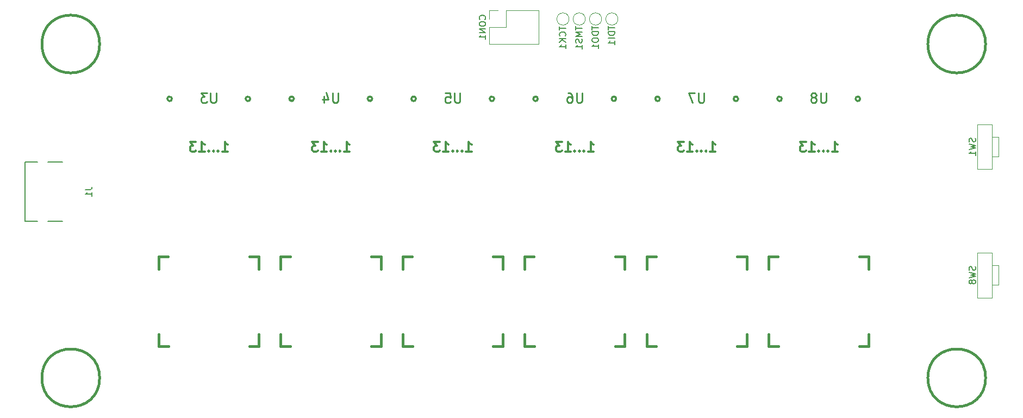
<source format=gbr>
G04 #@! TF.GenerationSoftware,KiCad,Pcbnew,5.1.7-a382d34a8~88~ubuntu20.04.1*
G04 #@! TF.CreationDate,2021-04-25T14:41:57-07:00*
G04 #@! TF.ProjectId,keypad-base,6b657970-6164-42d6-9261-73652e6b6963,Apr2021*
G04 #@! TF.SameCoordinates,Original*
G04 #@! TF.FileFunction,Legend,Bot*
G04 #@! TF.FilePolarity,Positive*
%FSLAX46Y46*%
G04 Gerber Fmt 4.6, Leading zero omitted, Abs format (unit mm)*
G04 Created by KiCad (PCBNEW 5.1.7-a382d34a8~88~ubuntu20.04.1) date 2021-04-25 14:41:57*
%MOMM*%
%LPD*%
G01*
G04 APERTURE LIST*
%ADD10C,0.400000*%
%ADD11C,0.120000*%
%ADD12C,0.150000*%
%ADD13C,0.300000*%
%ADD14C,0.381000*%
%ADD15C,0.250000*%
G04 APERTURE END LIST*
D10*
X102000000Y-111900000D02*
G75*
G03*
X102000000Y-111900000I-4500000J0D01*
G01*
X102000000Y-59900000D02*
G75*
G03*
X102000000Y-59900000I-4500000J0D01*
G01*
X240000000Y-59900000D02*
G75*
G03*
X240000000Y-59900000I-4500000J0D01*
G01*
X240000000Y-111900000D02*
G75*
G03*
X240000000Y-111900000I-4500000J0D01*
G01*
D11*
G04 #@! TO.C,SW8*
X241000000Y-95900000D02*
X241000000Y-99400000D01*
X241000000Y-95900000D02*
X241000000Y-92400000D01*
X238750000Y-99400000D02*
X241000000Y-99400000D01*
X241000000Y-99400000D02*
X238750000Y-99400000D01*
X238750000Y-99400000D02*
X238750000Y-92400000D01*
X238750000Y-92400000D02*
X241000000Y-92400000D01*
X241000000Y-97400000D02*
X242000000Y-97400000D01*
X242000000Y-97400000D02*
X242000000Y-94400000D01*
X242000000Y-94400000D02*
X241000000Y-94400000D01*
G04 #@! TO.C,SW1*
X241000000Y-75900000D02*
X241000000Y-79400000D01*
X241000000Y-75900000D02*
X241000000Y-72400000D01*
X238750000Y-79400000D02*
X241000000Y-79400000D01*
X241000000Y-79400000D02*
X238750000Y-79400000D01*
X238750000Y-79400000D02*
X238750000Y-72400000D01*
X238750000Y-72400000D02*
X241000000Y-72400000D01*
X241000000Y-77400000D02*
X242000000Y-77400000D01*
X242000000Y-77400000D02*
X242000000Y-74400000D01*
X242000000Y-74400000D02*
X241000000Y-74400000D01*
D12*
G04 #@! TO.C,J1*
X90350000Y-78300000D02*
X90350000Y-87500000D01*
X90350000Y-87500000D02*
X92300000Y-87500000D01*
X93950000Y-87500000D02*
X96250000Y-87500000D01*
X90350000Y-78300000D02*
X92300000Y-78300000D01*
X93950000Y-78300000D02*
X96250000Y-78300000D01*
D13*
G04 #@! TO.C,U8*
X220450000Y-68424000D02*
G75*
G03*
X220450000Y-68424000I-350000J0D01*
G01*
X208250000Y-68424000D02*
G75*
G03*
X208250000Y-68424000I-350000J0D01*
G01*
G04 #@! TO.C,U7*
X201450000Y-68424000D02*
G75*
G03*
X201450000Y-68424000I-350000J0D01*
G01*
X189250000Y-68424000D02*
G75*
G03*
X189250000Y-68424000I-350000J0D01*
G01*
G04 #@! TO.C,U6*
X182450000Y-68424000D02*
G75*
G03*
X182450000Y-68424000I-350000J0D01*
G01*
X170250000Y-68424000D02*
G75*
G03*
X170250000Y-68424000I-350000J0D01*
G01*
G04 #@! TO.C,U5*
X163450000Y-68424000D02*
G75*
G03*
X163450000Y-68424000I-350000J0D01*
G01*
X151250000Y-68424000D02*
G75*
G03*
X151250000Y-68424000I-350000J0D01*
G01*
G04 #@! TO.C,U4*
X144450000Y-68424000D02*
G75*
G03*
X144450000Y-68424000I-350000J0D01*
G01*
X132250000Y-68424000D02*
G75*
G03*
X132250000Y-68424000I-350000J0D01*
G01*
G04 #@! TO.C,U3*
X125450000Y-68424000D02*
G75*
G03*
X125450000Y-68424000I-350000J0D01*
G01*
X113250000Y-68424000D02*
G75*
G03*
X113250000Y-68424000I-350000J0D01*
G01*
D11*
G04 #@! TO.C,TMS1*
X177650000Y-56000000D02*
G75*
G03*
X177650000Y-56000000I-950000J0D01*
G01*
G04 #@! TO.C,TDO1*
X180190000Y-56000000D02*
G75*
G03*
X180190000Y-56000000I-950000J0D01*
G01*
G04 #@! TO.C,TDI1*
X182730000Y-56000000D02*
G75*
G03*
X182730000Y-56000000I-950000J0D01*
G01*
G04 #@! TO.C,TCK1*
X175110000Y-56000000D02*
G75*
G03*
X175110000Y-56000000I-950000J0D01*
G01*
G04 #@! TO.C,CON1*
X162670000Y-54670000D02*
X162670000Y-56000000D01*
X164000000Y-54670000D02*
X162670000Y-54670000D01*
X162670000Y-57270000D02*
X162670000Y-59870000D01*
X165270000Y-57270000D02*
X162670000Y-57270000D01*
X165270000Y-54670000D02*
X165270000Y-57270000D01*
X162670000Y-59870000D02*
X170410000Y-59870000D01*
X165270000Y-54670000D02*
X170410000Y-54670000D01*
X170410000Y-54670000D02*
X170410000Y-59870000D01*
D14*
G04 #@! TO.C,SW7*
X206200000Y-94920000D02*
X206200000Y-93015000D01*
X206200000Y-106985000D02*
X206200000Y-105080000D01*
X207700000Y-106985000D02*
X206200000Y-106985000D01*
X221800000Y-106985000D02*
X220300000Y-106985000D01*
X221800000Y-105080000D02*
X221800000Y-106985000D01*
X221800000Y-93015000D02*
X221800000Y-94920000D01*
X220300000Y-93015000D02*
X221800000Y-93015000D01*
X206200000Y-93015000D02*
X207650000Y-93015000D01*
G04 #@! TO.C,SW6*
X187200000Y-94920000D02*
X187200000Y-93015000D01*
X187200000Y-106985000D02*
X187200000Y-105080000D01*
X188700000Y-106985000D02*
X187200000Y-106985000D01*
X202800000Y-106985000D02*
X201300000Y-106985000D01*
X202800000Y-105080000D02*
X202800000Y-106985000D01*
X202800000Y-93015000D02*
X202800000Y-94920000D01*
X201300000Y-93015000D02*
X202800000Y-93015000D01*
X187200000Y-93015000D02*
X188650000Y-93015000D01*
G04 #@! TO.C,SW5*
X168200000Y-94920000D02*
X168200000Y-93015000D01*
X168200000Y-106985000D02*
X168200000Y-105080000D01*
X169700000Y-106985000D02*
X168200000Y-106985000D01*
X183800000Y-106985000D02*
X182300000Y-106985000D01*
X183800000Y-105080000D02*
X183800000Y-106985000D01*
X183800000Y-93015000D02*
X183800000Y-94920000D01*
X182300000Y-93015000D02*
X183800000Y-93015000D01*
X168200000Y-93015000D02*
X169650000Y-93015000D01*
G04 #@! TO.C,SW4*
X149200000Y-94920000D02*
X149200000Y-93015000D01*
X149200000Y-106985000D02*
X149200000Y-105080000D01*
X150700000Y-106985000D02*
X149200000Y-106985000D01*
X164800000Y-106985000D02*
X163300000Y-106985000D01*
X164800000Y-105080000D02*
X164800000Y-106985000D01*
X164800000Y-93015000D02*
X164800000Y-94920000D01*
X163300000Y-93015000D02*
X164800000Y-93015000D01*
X149200000Y-93015000D02*
X150650000Y-93015000D01*
G04 #@! TO.C,SW3*
X130200000Y-94920000D02*
X130200000Y-93015000D01*
X130200000Y-106985000D02*
X130200000Y-105080000D01*
X131700000Y-106985000D02*
X130200000Y-106985000D01*
X145800000Y-106985000D02*
X144300000Y-106985000D01*
X145800000Y-105080000D02*
X145800000Y-106985000D01*
X145800000Y-93015000D02*
X145800000Y-94920000D01*
X144300000Y-93015000D02*
X145800000Y-93015000D01*
X130200000Y-93015000D02*
X131650000Y-93015000D01*
G04 #@! TO.C,SW2*
X111200000Y-94920000D02*
X111200000Y-93015000D01*
X111200000Y-106985000D02*
X111200000Y-105080000D01*
X112700000Y-106985000D02*
X111200000Y-106985000D01*
X126800000Y-106985000D02*
X125300000Y-106985000D01*
X126800000Y-105080000D02*
X126800000Y-106985000D01*
X126800000Y-93015000D02*
X126800000Y-94920000D01*
X125300000Y-93015000D02*
X126800000Y-93015000D01*
X111200000Y-93015000D02*
X112650000Y-93015000D01*
G04 #@! TO.C,SW8*
D12*
X238372761Y-94566666D02*
X238420380Y-94709523D01*
X238420380Y-94947619D01*
X238372761Y-95042857D01*
X238325142Y-95090476D01*
X238229904Y-95138095D01*
X238134666Y-95138095D01*
X238039428Y-95090476D01*
X237991809Y-95042857D01*
X237944190Y-94947619D01*
X237896571Y-94757142D01*
X237848952Y-94661904D01*
X237801333Y-94614285D01*
X237706095Y-94566666D01*
X237610857Y-94566666D01*
X237515619Y-94614285D01*
X237468000Y-94661904D01*
X237420380Y-94757142D01*
X237420380Y-94995238D01*
X237468000Y-95138095D01*
X237420380Y-95471428D02*
X238420380Y-95709523D01*
X237706095Y-95900000D01*
X238420380Y-96090476D01*
X237420380Y-96328571D01*
X237848952Y-96852380D02*
X237801333Y-96757142D01*
X237753714Y-96709523D01*
X237658476Y-96661904D01*
X237610857Y-96661904D01*
X237515619Y-96709523D01*
X237468000Y-96757142D01*
X237420380Y-96852380D01*
X237420380Y-97042857D01*
X237468000Y-97138095D01*
X237515619Y-97185714D01*
X237610857Y-97233333D01*
X237658476Y-97233333D01*
X237753714Y-97185714D01*
X237801333Y-97138095D01*
X237848952Y-97042857D01*
X237848952Y-96852380D01*
X237896571Y-96757142D01*
X237944190Y-96709523D01*
X238039428Y-96661904D01*
X238229904Y-96661904D01*
X238325142Y-96709523D01*
X238372761Y-96757142D01*
X238420380Y-96852380D01*
X238420380Y-97042857D01*
X238372761Y-97138095D01*
X238325142Y-97185714D01*
X238229904Y-97233333D01*
X238039428Y-97233333D01*
X237944190Y-97185714D01*
X237896571Y-97138095D01*
X237848952Y-97042857D01*
G04 #@! TO.C,SW1*
X238372761Y-74566666D02*
X238420380Y-74709523D01*
X238420380Y-74947619D01*
X238372761Y-75042857D01*
X238325142Y-75090476D01*
X238229904Y-75138095D01*
X238134666Y-75138095D01*
X238039428Y-75090476D01*
X237991809Y-75042857D01*
X237944190Y-74947619D01*
X237896571Y-74757142D01*
X237848952Y-74661904D01*
X237801333Y-74614285D01*
X237706095Y-74566666D01*
X237610857Y-74566666D01*
X237515619Y-74614285D01*
X237468000Y-74661904D01*
X237420380Y-74757142D01*
X237420380Y-74995238D01*
X237468000Y-75138095D01*
X237420380Y-75471428D02*
X238420380Y-75709523D01*
X237706095Y-75900000D01*
X238420380Y-76090476D01*
X237420380Y-76328571D01*
X238420380Y-77233333D02*
X238420380Y-76661904D01*
X238420380Y-76947619D02*
X237420380Y-76947619D01*
X237563238Y-76852380D01*
X237658476Y-76757142D01*
X237706095Y-76661904D01*
G04 #@! TO.C,J1*
X99802380Y-82566666D02*
X100516666Y-82566666D01*
X100659523Y-82519047D01*
X100754761Y-82423809D01*
X100802380Y-82280952D01*
X100802380Y-82185714D01*
X100802380Y-83566666D02*
X100802380Y-82995238D01*
X100802380Y-83280952D02*
X99802380Y-83280952D01*
X99945238Y-83185714D01*
X100040476Y-83090476D01*
X100088095Y-82995238D01*
G04 #@! TO.C,U8*
D15*
X215142857Y-67538571D02*
X215142857Y-68752857D01*
X215071428Y-68895714D01*
X215000000Y-68967142D01*
X214857142Y-69038571D01*
X214571428Y-69038571D01*
X214428571Y-68967142D01*
X214357142Y-68895714D01*
X214285714Y-68752857D01*
X214285714Y-67538571D01*
X213357142Y-68181428D02*
X213500000Y-68110000D01*
X213571428Y-68038571D01*
X213642857Y-67895714D01*
X213642857Y-67824285D01*
X213571428Y-67681428D01*
X213500000Y-67610000D01*
X213357142Y-67538571D01*
X213071428Y-67538571D01*
X212928571Y-67610000D01*
X212857142Y-67681428D01*
X212785714Y-67824285D01*
X212785714Y-67895714D01*
X212857142Y-68038571D01*
X212928571Y-68110000D01*
X213071428Y-68181428D01*
X213357142Y-68181428D01*
X213500000Y-68252857D01*
X213571428Y-68324285D01*
X213642857Y-68467142D01*
X213642857Y-68752857D01*
X213571428Y-68895714D01*
X213500000Y-68967142D01*
X213357142Y-69038571D01*
X213071428Y-69038571D01*
X212928571Y-68967142D01*
X212857142Y-68895714D01*
X212785714Y-68752857D01*
X212785714Y-68467142D01*
X212857142Y-68324285D01*
X212928571Y-68252857D01*
X213071428Y-68181428D01*
D13*
X216071428Y-76658571D02*
X216928571Y-76658571D01*
X216500000Y-76658571D02*
X216500000Y-75158571D01*
X216642857Y-75372857D01*
X216785714Y-75515714D01*
X216928571Y-75587142D01*
X215428571Y-76515714D02*
X215357142Y-76587142D01*
X215428571Y-76658571D01*
X215500000Y-76587142D01*
X215428571Y-76515714D01*
X215428571Y-76658571D01*
X214714285Y-76515714D02*
X214642857Y-76587142D01*
X214714285Y-76658571D01*
X214785714Y-76587142D01*
X214714285Y-76515714D01*
X214714285Y-76658571D01*
X214000000Y-76515714D02*
X213928571Y-76587142D01*
X214000000Y-76658571D01*
X214071428Y-76587142D01*
X214000000Y-76515714D01*
X214000000Y-76658571D01*
X212500000Y-76658571D02*
X213357142Y-76658571D01*
X212928571Y-76658571D02*
X212928571Y-75158571D01*
X213071428Y-75372857D01*
X213214285Y-75515714D01*
X213357142Y-75587142D01*
X212000000Y-75158571D02*
X211071428Y-75158571D01*
X211571428Y-75730000D01*
X211357142Y-75730000D01*
X211214285Y-75801428D01*
X211142857Y-75872857D01*
X211071428Y-76015714D01*
X211071428Y-76372857D01*
X211142857Y-76515714D01*
X211214285Y-76587142D01*
X211357142Y-76658571D01*
X211785714Y-76658571D01*
X211928571Y-76587142D01*
X212000000Y-76515714D01*
G04 #@! TO.C,U7*
D15*
X196142857Y-67538571D02*
X196142857Y-68752857D01*
X196071428Y-68895714D01*
X196000000Y-68967142D01*
X195857142Y-69038571D01*
X195571428Y-69038571D01*
X195428571Y-68967142D01*
X195357142Y-68895714D01*
X195285714Y-68752857D01*
X195285714Y-67538571D01*
X194714285Y-67538571D02*
X193714285Y-67538571D01*
X194357142Y-69038571D01*
D13*
X197071428Y-76658571D02*
X197928571Y-76658571D01*
X197500000Y-76658571D02*
X197500000Y-75158571D01*
X197642857Y-75372857D01*
X197785714Y-75515714D01*
X197928571Y-75587142D01*
X196428571Y-76515714D02*
X196357142Y-76587142D01*
X196428571Y-76658571D01*
X196500000Y-76587142D01*
X196428571Y-76515714D01*
X196428571Y-76658571D01*
X195714285Y-76515714D02*
X195642857Y-76587142D01*
X195714285Y-76658571D01*
X195785714Y-76587142D01*
X195714285Y-76515714D01*
X195714285Y-76658571D01*
X195000000Y-76515714D02*
X194928571Y-76587142D01*
X195000000Y-76658571D01*
X195071428Y-76587142D01*
X195000000Y-76515714D01*
X195000000Y-76658571D01*
X193500000Y-76658571D02*
X194357142Y-76658571D01*
X193928571Y-76658571D02*
X193928571Y-75158571D01*
X194071428Y-75372857D01*
X194214285Y-75515714D01*
X194357142Y-75587142D01*
X193000000Y-75158571D02*
X192071428Y-75158571D01*
X192571428Y-75730000D01*
X192357142Y-75730000D01*
X192214285Y-75801428D01*
X192142857Y-75872857D01*
X192071428Y-76015714D01*
X192071428Y-76372857D01*
X192142857Y-76515714D01*
X192214285Y-76587142D01*
X192357142Y-76658571D01*
X192785714Y-76658571D01*
X192928571Y-76587142D01*
X193000000Y-76515714D01*
G04 #@! TO.C,U6*
D15*
X177142857Y-67538571D02*
X177142857Y-68752857D01*
X177071428Y-68895714D01*
X177000000Y-68967142D01*
X176857142Y-69038571D01*
X176571428Y-69038571D01*
X176428571Y-68967142D01*
X176357142Y-68895714D01*
X176285714Y-68752857D01*
X176285714Y-67538571D01*
X174928571Y-67538571D02*
X175214285Y-67538571D01*
X175357142Y-67610000D01*
X175428571Y-67681428D01*
X175571428Y-67895714D01*
X175642857Y-68181428D01*
X175642857Y-68752857D01*
X175571428Y-68895714D01*
X175500000Y-68967142D01*
X175357142Y-69038571D01*
X175071428Y-69038571D01*
X174928571Y-68967142D01*
X174857142Y-68895714D01*
X174785714Y-68752857D01*
X174785714Y-68395714D01*
X174857142Y-68252857D01*
X174928571Y-68181428D01*
X175071428Y-68110000D01*
X175357142Y-68110000D01*
X175500000Y-68181428D01*
X175571428Y-68252857D01*
X175642857Y-68395714D01*
D13*
X178071428Y-76658571D02*
X178928571Y-76658571D01*
X178500000Y-76658571D02*
X178500000Y-75158571D01*
X178642857Y-75372857D01*
X178785714Y-75515714D01*
X178928571Y-75587142D01*
X177428571Y-76515714D02*
X177357142Y-76587142D01*
X177428571Y-76658571D01*
X177500000Y-76587142D01*
X177428571Y-76515714D01*
X177428571Y-76658571D01*
X176714285Y-76515714D02*
X176642857Y-76587142D01*
X176714285Y-76658571D01*
X176785714Y-76587142D01*
X176714285Y-76515714D01*
X176714285Y-76658571D01*
X176000000Y-76515714D02*
X175928571Y-76587142D01*
X176000000Y-76658571D01*
X176071428Y-76587142D01*
X176000000Y-76515714D01*
X176000000Y-76658571D01*
X174500000Y-76658571D02*
X175357142Y-76658571D01*
X174928571Y-76658571D02*
X174928571Y-75158571D01*
X175071428Y-75372857D01*
X175214285Y-75515714D01*
X175357142Y-75587142D01*
X174000000Y-75158571D02*
X173071428Y-75158571D01*
X173571428Y-75730000D01*
X173357142Y-75730000D01*
X173214285Y-75801428D01*
X173142857Y-75872857D01*
X173071428Y-76015714D01*
X173071428Y-76372857D01*
X173142857Y-76515714D01*
X173214285Y-76587142D01*
X173357142Y-76658571D01*
X173785714Y-76658571D01*
X173928571Y-76587142D01*
X174000000Y-76515714D01*
G04 #@! TO.C,U5*
D15*
X158142857Y-67538571D02*
X158142857Y-68752857D01*
X158071428Y-68895714D01*
X158000000Y-68967142D01*
X157857142Y-69038571D01*
X157571428Y-69038571D01*
X157428571Y-68967142D01*
X157357142Y-68895714D01*
X157285714Y-68752857D01*
X157285714Y-67538571D01*
X155857142Y-67538571D02*
X156571428Y-67538571D01*
X156642857Y-68252857D01*
X156571428Y-68181428D01*
X156428571Y-68110000D01*
X156071428Y-68110000D01*
X155928571Y-68181428D01*
X155857142Y-68252857D01*
X155785714Y-68395714D01*
X155785714Y-68752857D01*
X155857142Y-68895714D01*
X155928571Y-68967142D01*
X156071428Y-69038571D01*
X156428571Y-69038571D01*
X156571428Y-68967142D01*
X156642857Y-68895714D01*
D13*
X159071428Y-76658571D02*
X159928571Y-76658571D01*
X159500000Y-76658571D02*
X159500000Y-75158571D01*
X159642857Y-75372857D01*
X159785714Y-75515714D01*
X159928571Y-75587142D01*
X158428571Y-76515714D02*
X158357142Y-76587142D01*
X158428571Y-76658571D01*
X158500000Y-76587142D01*
X158428571Y-76515714D01*
X158428571Y-76658571D01*
X157714285Y-76515714D02*
X157642857Y-76587142D01*
X157714285Y-76658571D01*
X157785714Y-76587142D01*
X157714285Y-76515714D01*
X157714285Y-76658571D01*
X157000000Y-76515714D02*
X156928571Y-76587142D01*
X157000000Y-76658571D01*
X157071428Y-76587142D01*
X157000000Y-76515714D01*
X157000000Y-76658571D01*
X155500000Y-76658571D02*
X156357142Y-76658571D01*
X155928571Y-76658571D02*
X155928571Y-75158571D01*
X156071428Y-75372857D01*
X156214285Y-75515714D01*
X156357142Y-75587142D01*
X155000000Y-75158571D02*
X154071428Y-75158571D01*
X154571428Y-75730000D01*
X154357142Y-75730000D01*
X154214285Y-75801428D01*
X154142857Y-75872857D01*
X154071428Y-76015714D01*
X154071428Y-76372857D01*
X154142857Y-76515714D01*
X154214285Y-76587142D01*
X154357142Y-76658571D01*
X154785714Y-76658571D01*
X154928571Y-76587142D01*
X155000000Y-76515714D01*
G04 #@! TO.C,U4*
D15*
X139142857Y-67538571D02*
X139142857Y-68752857D01*
X139071428Y-68895714D01*
X139000000Y-68967142D01*
X138857142Y-69038571D01*
X138571428Y-69038571D01*
X138428571Y-68967142D01*
X138357142Y-68895714D01*
X138285714Y-68752857D01*
X138285714Y-67538571D01*
X136928571Y-68038571D02*
X136928571Y-69038571D01*
X137285714Y-67467142D02*
X137642857Y-68538571D01*
X136714285Y-68538571D01*
D13*
X140071428Y-76658571D02*
X140928571Y-76658571D01*
X140500000Y-76658571D02*
X140500000Y-75158571D01*
X140642857Y-75372857D01*
X140785714Y-75515714D01*
X140928571Y-75587142D01*
X139428571Y-76515714D02*
X139357142Y-76587142D01*
X139428571Y-76658571D01*
X139500000Y-76587142D01*
X139428571Y-76515714D01*
X139428571Y-76658571D01*
X138714285Y-76515714D02*
X138642857Y-76587142D01*
X138714285Y-76658571D01*
X138785714Y-76587142D01*
X138714285Y-76515714D01*
X138714285Y-76658571D01*
X138000000Y-76515714D02*
X137928571Y-76587142D01*
X138000000Y-76658571D01*
X138071428Y-76587142D01*
X138000000Y-76515714D01*
X138000000Y-76658571D01*
X136500000Y-76658571D02*
X137357142Y-76658571D01*
X136928571Y-76658571D02*
X136928571Y-75158571D01*
X137071428Y-75372857D01*
X137214285Y-75515714D01*
X137357142Y-75587142D01*
X136000000Y-75158571D02*
X135071428Y-75158571D01*
X135571428Y-75730000D01*
X135357142Y-75730000D01*
X135214285Y-75801428D01*
X135142857Y-75872857D01*
X135071428Y-76015714D01*
X135071428Y-76372857D01*
X135142857Y-76515714D01*
X135214285Y-76587142D01*
X135357142Y-76658571D01*
X135785714Y-76658571D01*
X135928571Y-76587142D01*
X136000000Y-76515714D01*
G04 #@! TO.C,U3*
D15*
X120142857Y-67538571D02*
X120142857Y-68752857D01*
X120071428Y-68895714D01*
X120000000Y-68967142D01*
X119857142Y-69038571D01*
X119571428Y-69038571D01*
X119428571Y-68967142D01*
X119357142Y-68895714D01*
X119285714Y-68752857D01*
X119285714Y-67538571D01*
X118714285Y-67538571D02*
X117785714Y-67538571D01*
X118285714Y-68110000D01*
X118071428Y-68110000D01*
X117928571Y-68181428D01*
X117857142Y-68252857D01*
X117785714Y-68395714D01*
X117785714Y-68752857D01*
X117857142Y-68895714D01*
X117928571Y-68967142D01*
X118071428Y-69038571D01*
X118500000Y-69038571D01*
X118642857Y-68967142D01*
X118714285Y-68895714D01*
D13*
X121071428Y-76658571D02*
X121928571Y-76658571D01*
X121500000Y-76658571D02*
X121500000Y-75158571D01*
X121642857Y-75372857D01*
X121785714Y-75515714D01*
X121928571Y-75587142D01*
X120428571Y-76515714D02*
X120357142Y-76587142D01*
X120428571Y-76658571D01*
X120500000Y-76587142D01*
X120428571Y-76515714D01*
X120428571Y-76658571D01*
X119714285Y-76515714D02*
X119642857Y-76587142D01*
X119714285Y-76658571D01*
X119785714Y-76587142D01*
X119714285Y-76515714D01*
X119714285Y-76658571D01*
X119000000Y-76515714D02*
X118928571Y-76587142D01*
X119000000Y-76658571D01*
X119071428Y-76587142D01*
X119000000Y-76515714D01*
X119000000Y-76658571D01*
X117500000Y-76658571D02*
X118357142Y-76658571D01*
X117928571Y-76658571D02*
X117928571Y-75158571D01*
X118071428Y-75372857D01*
X118214285Y-75515714D01*
X118357142Y-75587142D01*
X117000000Y-75158571D02*
X116071428Y-75158571D01*
X116571428Y-75730000D01*
X116357142Y-75730000D01*
X116214285Y-75801428D01*
X116142857Y-75872857D01*
X116071428Y-76015714D01*
X116071428Y-76372857D01*
X116142857Y-76515714D01*
X116214285Y-76587142D01*
X116357142Y-76658571D01*
X116785714Y-76658571D01*
X116928571Y-76587142D01*
X117000000Y-76515714D01*
G04 #@! TO.C,TMS1*
D12*
X176152380Y-57118476D02*
X176152380Y-57689904D01*
X177152380Y-57404190D02*
X176152380Y-57404190D01*
X177152380Y-58023238D02*
X176152380Y-58023238D01*
X176866666Y-58356571D01*
X176152380Y-58689904D01*
X177152380Y-58689904D01*
X177104761Y-59118476D02*
X177152380Y-59261333D01*
X177152380Y-59499428D01*
X177104761Y-59594666D01*
X177057142Y-59642285D01*
X176961904Y-59689904D01*
X176866666Y-59689904D01*
X176771428Y-59642285D01*
X176723809Y-59594666D01*
X176676190Y-59499428D01*
X176628571Y-59308952D01*
X176580952Y-59213714D01*
X176533333Y-59166095D01*
X176438095Y-59118476D01*
X176342857Y-59118476D01*
X176247619Y-59166095D01*
X176200000Y-59213714D01*
X176152380Y-59308952D01*
X176152380Y-59547047D01*
X176200000Y-59689904D01*
X177152380Y-60642285D02*
X177152380Y-60070857D01*
X177152380Y-60356571D02*
X176152380Y-60356571D01*
X176295238Y-60261333D01*
X176390476Y-60166095D01*
X176438095Y-60070857D01*
G04 #@! TO.C,TDO1*
X178692380Y-57088738D02*
X178692380Y-57660166D01*
X179692380Y-57374452D02*
X178692380Y-57374452D01*
X179692380Y-57993500D02*
X178692380Y-57993500D01*
X178692380Y-58231595D01*
X178740000Y-58374452D01*
X178835238Y-58469690D01*
X178930476Y-58517309D01*
X179120952Y-58564928D01*
X179263809Y-58564928D01*
X179454285Y-58517309D01*
X179549523Y-58469690D01*
X179644761Y-58374452D01*
X179692380Y-58231595D01*
X179692380Y-57993500D01*
X178692380Y-59183976D02*
X178692380Y-59374452D01*
X178740000Y-59469690D01*
X178835238Y-59564928D01*
X179025714Y-59612547D01*
X179359047Y-59612547D01*
X179549523Y-59564928D01*
X179644761Y-59469690D01*
X179692380Y-59374452D01*
X179692380Y-59183976D01*
X179644761Y-59088738D01*
X179549523Y-58993500D01*
X179359047Y-58945880D01*
X179025714Y-58945880D01*
X178835238Y-58993500D01*
X178740000Y-59088738D01*
X178692380Y-59183976D01*
X179692380Y-60564928D02*
X179692380Y-59993500D01*
X179692380Y-60279214D02*
X178692380Y-60279214D01*
X178835238Y-60183976D01*
X178930476Y-60088738D01*
X178978095Y-59993500D01*
G04 #@! TO.C,TDI1*
X181232380Y-57088738D02*
X181232380Y-57660166D01*
X182232380Y-57374452D02*
X181232380Y-57374452D01*
X182232380Y-57993500D02*
X181232380Y-57993500D01*
X181232380Y-58231595D01*
X181280000Y-58374452D01*
X181375238Y-58469690D01*
X181470476Y-58517309D01*
X181660952Y-58564928D01*
X181803809Y-58564928D01*
X181994285Y-58517309D01*
X182089523Y-58469690D01*
X182184761Y-58374452D01*
X182232380Y-58231595D01*
X182232380Y-57993500D01*
X182232380Y-58993500D02*
X181232380Y-58993500D01*
X182232380Y-59993500D02*
X182232380Y-59422071D01*
X182232380Y-59707785D02*
X181232380Y-59707785D01*
X181375238Y-59612547D01*
X181470476Y-59517309D01*
X181518095Y-59422071D01*
G04 #@! TO.C,TCK1*
X173612380Y-57166095D02*
X173612380Y-57737523D01*
X174612380Y-57451809D02*
X173612380Y-57451809D01*
X174517142Y-58642285D02*
X174564761Y-58594666D01*
X174612380Y-58451809D01*
X174612380Y-58356571D01*
X174564761Y-58213714D01*
X174469523Y-58118476D01*
X174374285Y-58070857D01*
X174183809Y-58023238D01*
X174040952Y-58023238D01*
X173850476Y-58070857D01*
X173755238Y-58118476D01*
X173660000Y-58213714D01*
X173612380Y-58356571D01*
X173612380Y-58451809D01*
X173660000Y-58594666D01*
X173707619Y-58642285D01*
X174612380Y-59070857D02*
X173612380Y-59070857D01*
X174612380Y-59642285D02*
X174040952Y-59213714D01*
X173612380Y-59642285D02*
X174183809Y-59070857D01*
X174612380Y-60594666D02*
X174612380Y-60023238D01*
X174612380Y-60308952D02*
X173612380Y-60308952D01*
X173755238Y-60213714D01*
X173850476Y-60118476D01*
X173898095Y-60023238D01*
G04 #@! TO.C,CON1*
X162027142Y-56055714D02*
X162074761Y-56008095D01*
X162122380Y-55865238D01*
X162122380Y-55770000D01*
X162074761Y-55627142D01*
X161979523Y-55531904D01*
X161884285Y-55484285D01*
X161693809Y-55436666D01*
X161550952Y-55436666D01*
X161360476Y-55484285D01*
X161265238Y-55531904D01*
X161170000Y-55627142D01*
X161122380Y-55770000D01*
X161122380Y-55865238D01*
X161170000Y-56008095D01*
X161217619Y-56055714D01*
X161122380Y-56674761D02*
X161122380Y-56865238D01*
X161170000Y-56960476D01*
X161265238Y-57055714D01*
X161455714Y-57103333D01*
X161789047Y-57103333D01*
X161979523Y-57055714D01*
X162074761Y-56960476D01*
X162122380Y-56865238D01*
X162122380Y-56674761D01*
X162074761Y-56579523D01*
X161979523Y-56484285D01*
X161789047Y-56436666D01*
X161455714Y-56436666D01*
X161265238Y-56484285D01*
X161170000Y-56579523D01*
X161122380Y-56674761D01*
X162122380Y-57531904D02*
X161122380Y-57531904D01*
X162122380Y-58103333D01*
X161122380Y-58103333D01*
X162122380Y-59103333D02*
X162122380Y-58531904D01*
X162122380Y-58817619D02*
X161122380Y-58817619D01*
X161265238Y-58722380D01*
X161360476Y-58627142D01*
X161408095Y-58531904D01*
G04 #@! TD*
M02*

</source>
